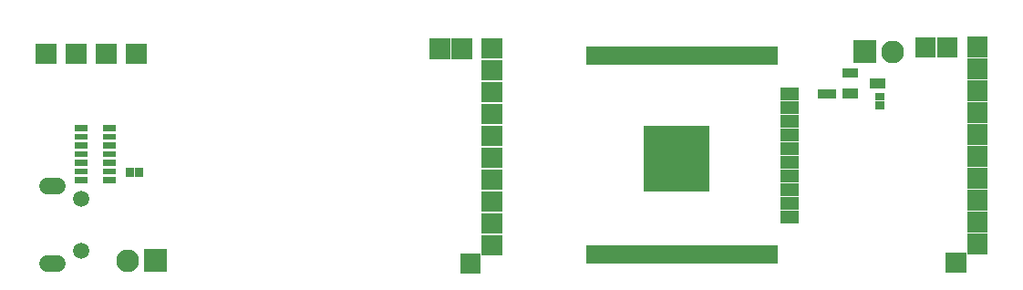
<source format=gbs>
G04 Layer: BottomSolderMaskLayer*
G04 EasyEDA v6.5.5, 2022-06-25 23:47:44*
G04 621e16e28f884fd4bf2062cce9099d3c,e579ade59e434e5c9d4a708449f7d829,10*
G04 Gerber Generator version 0.2*
G04 Scale: 100 percent, Rotated: No, Reflected: No *
G04 Dimensions in inches *
G04 leading zeros omitted , absolute positions ,3 integer and 6 decimal *
%FSLAX36Y36*%
%MOIN*%

%ADD55C,0.0592*%
%ADD60C,0.0828*%
%ADD62R,0.0336X0.0316*%
%ADD84R,0.2442X0.2442*%

%LPD*%
D55*
X-1644593Y-394594D02*
G01*
X-1680025Y-394594D01*
X-1644593Y-109594D02*
G01*
X-1680025Y-109594D01*
G36*
X1170900Y209104D02*
G01*
X1170900Y242705D01*
X1202500Y242705D01*
X1202500Y209104D01*
G37*
G36*
X1137500Y209104D02*
G01*
X1137500Y242705D01*
X1169099Y242705D01*
X1169099Y209104D01*
G37*
G36*
X1348199Y168405D02*
G01*
X1348199Y200005D01*
X1381800Y200005D01*
X1381800Y168405D01*
G37*
D62*
G01*
X1365000Y217604D03*
G36*
X1325600Y248105D02*
G01*
X1325600Y283704D01*
X1382799Y283704D01*
X1382799Y248105D01*
G37*
G36*
X1227200Y285505D02*
G01*
X1227200Y321105D01*
X1284399Y321105D01*
X1284399Y285505D01*
G37*
G36*
X1227200Y210705D02*
G01*
X1227200Y246305D01*
X1284399Y246305D01*
X1284399Y210705D01*
G37*
G36*
X441800Y333105D02*
G01*
X441800Y400205D01*
X489200Y400205D01*
X489200Y333105D01*
G37*
G36*
X491800Y333105D02*
G01*
X491800Y400205D01*
X539200Y400205D01*
X539200Y333105D01*
G37*
G36*
X541800Y333105D02*
G01*
X541800Y400205D01*
X589200Y400205D01*
X589200Y333105D01*
G37*
G36*
X591800Y333105D02*
G01*
X591800Y400205D01*
X639200Y400205D01*
X639200Y333105D01*
G37*
G36*
X641800Y333105D02*
G01*
X641800Y400205D01*
X689200Y400205D01*
X689200Y333105D01*
G37*
G36*
X691800Y333105D02*
G01*
X691800Y400205D01*
X739200Y400205D01*
X739200Y333105D01*
G37*
G36*
X741800Y333105D02*
G01*
X741800Y400205D01*
X789200Y400205D01*
X789200Y333105D01*
G37*
G36*
X791800Y333105D02*
G01*
X791800Y400205D01*
X839200Y400205D01*
X839200Y333105D01*
G37*
G36*
X1001000Y-247094D02*
G01*
X1001000Y-199695D01*
X1068100Y-199695D01*
X1068100Y-247094D01*
G37*
G36*
X941800Y-394895D02*
G01*
X941800Y-327795D01*
X989200Y-327795D01*
X989200Y-394895D01*
G37*
G36*
X891800Y-394895D02*
G01*
X891800Y-327795D01*
X939200Y-327795D01*
X939200Y-394895D01*
G37*
G36*
X841800Y-394895D02*
G01*
X841800Y-327795D01*
X889200Y-327795D01*
X889200Y-394895D01*
G37*
G36*
X791800Y-394895D02*
G01*
X791800Y-327795D01*
X839200Y-327795D01*
X839200Y-394895D01*
G37*
G36*
X741800Y-394895D02*
G01*
X741800Y-327795D01*
X789200Y-327795D01*
X789200Y-394895D01*
G37*
G36*
X691800Y-394895D02*
G01*
X691800Y-327795D01*
X739200Y-327795D01*
X739200Y-394895D01*
G37*
G36*
X641800Y-394895D02*
G01*
X641800Y-327795D01*
X689200Y-327795D01*
X689200Y-394895D01*
G37*
G36*
X1001000Y102905D02*
G01*
X1001000Y150304D01*
X1068100Y150304D01*
X1068100Y102905D01*
G37*
G36*
X841800Y333105D02*
G01*
X841800Y400205D01*
X889200Y400205D01*
X889200Y333105D01*
G37*
G36*
X891800Y333105D02*
G01*
X891800Y400205D01*
X939200Y400205D01*
X939200Y333105D01*
G37*
G36*
X941800Y333105D02*
G01*
X941800Y400205D01*
X989200Y400205D01*
X989200Y333105D01*
G37*
G36*
X1001000Y202905D02*
G01*
X1001000Y250304D01*
X1068100Y250304D01*
X1068100Y202905D01*
G37*
G36*
X1001000Y152905D02*
G01*
X1001000Y200304D01*
X1068100Y200304D01*
X1068100Y152905D01*
G37*
G36*
X391800Y333105D02*
G01*
X391800Y400205D01*
X439200Y400205D01*
X439200Y333105D01*
G37*
G36*
X341800Y333105D02*
G01*
X341800Y400205D01*
X389200Y400205D01*
X389200Y333105D01*
G37*
G36*
X291800Y333105D02*
G01*
X291800Y400205D01*
X339200Y400205D01*
X339200Y333105D01*
G37*
G36*
X1001000Y52905D02*
G01*
X1001000Y100304D01*
X1068100Y100304D01*
X1068100Y52905D01*
G37*
G36*
X1001000Y2905D02*
G01*
X1001000Y50304D01*
X1068100Y50304D01*
X1068100Y2905D01*
G37*
G36*
X1001000Y-47094D02*
G01*
X1001000Y304D01*
X1068100Y304D01*
X1068100Y-47094D01*
G37*
G36*
X1001000Y-197094D02*
G01*
X1001000Y-149695D01*
X1068100Y-149695D01*
X1068100Y-197094D01*
G37*
G36*
X1001000Y-147094D02*
G01*
X1001000Y-99695D01*
X1068100Y-99695D01*
X1068100Y-147094D01*
G37*
G36*
X1001000Y-97094D02*
G01*
X1001000Y-49695D01*
X1068100Y-49695D01*
X1068100Y-97094D01*
G37*
G36*
X591800Y-394895D02*
G01*
X591800Y-327795D01*
X639200Y-327795D01*
X639200Y-394895D01*
G37*
G36*
X541800Y-394895D02*
G01*
X541800Y-327795D01*
X589200Y-327795D01*
X589200Y-394895D01*
G37*
G36*
X491800Y-394895D02*
G01*
X491800Y-327795D01*
X539200Y-327795D01*
X539200Y-394895D01*
G37*
G36*
X441800Y-394895D02*
G01*
X441800Y-327795D01*
X489200Y-327795D01*
X489200Y-394895D01*
G37*
G36*
X391800Y-394895D02*
G01*
X391800Y-327795D01*
X439200Y-327795D01*
X439200Y-394895D01*
G37*
G36*
X341800Y-394895D02*
G01*
X341800Y-327795D01*
X389200Y-327795D01*
X389200Y-394895D01*
G37*
G36*
X291800Y-394895D02*
G01*
X291800Y-327795D01*
X339200Y-327795D01*
X339200Y-394895D01*
G37*
D84*
G01*
X619499Y-9394D03*
G36*
X-1394300Y-76894D02*
G01*
X-1394300Y-43294D01*
X-1362700Y-43294D01*
X-1362700Y-76894D01*
G37*
G36*
X-1360900Y-76894D02*
G01*
X-1360900Y-43294D01*
X-1329300Y-43294D01*
X-1329300Y-76894D01*
G37*
G36*
X-1581000Y-99094D02*
G01*
X-1581000Y-77294D01*
X-1533000Y-77294D01*
X-1533000Y-99094D01*
G37*
G36*
X-1581000Y-67595D02*
G01*
X-1581000Y-45794D01*
X-1533000Y-45794D01*
X-1533000Y-67595D01*
G37*
G36*
X-1581000Y-36095D02*
G01*
X-1581000Y-14294D01*
X-1533000Y-14294D01*
X-1533000Y-36095D01*
G37*
G36*
X-1581000Y-4594D02*
G01*
X-1581000Y17204D01*
X-1533000Y17204D01*
X-1533000Y-4594D01*
G37*
G36*
X-1581000Y26905D02*
G01*
X-1581000Y48605D01*
X-1533000Y48605D01*
X-1533000Y26905D01*
G37*
G36*
X-1581000Y58305D02*
G01*
X-1581000Y80104D01*
X-1533000Y80104D01*
X-1533000Y58305D01*
G37*
G36*
X-1581000Y89805D02*
G01*
X-1581000Y111604D01*
X-1533000Y111604D01*
X-1533000Y89805D01*
G37*
G36*
X-1476999Y-99094D02*
G01*
X-1476999Y-77294D01*
X-1428999Y-77294D01*
X-1428999Y-99094D01*
G37*
G36*
X-1476999Y-67595D02*
G01*
X-1476999Y-45794D01*
X-1428999Y-45794D01*
X-1428999Y-67595D01*
G37*
G36*
X-1476999Y-36095D02*
G01*
X-1476999Y-14294D01*
X-1428999Y-14294D01*
X-1428999Y-36095D01*
G37*
G36*
X-1476999Y-4594D02*
G01*
X-1476999Y17204D01*
X-1428999Y17204D01*
X-1428999Y-4594D01*
G37*
G36*
X-1476999Y26905D02*
G01*
X-1476999Y48605D01*
X-1428999Y48605D01*
X-1428999Y26905D01*
G37*
G36*
X-1476999Y58305D02*
G01*
X-1476999Y80104D01*
X-1428999Y80104D01*
X-1428999Y58305D01*
G37*
G36*
X-1476999Y89805D02*
G01*
X-1476999Y111604D01*
X-1428999Y111604D01*
X-1428999Y89805D01*
G37*
G36*
X1268599Y339504D02*
G01*
X1268599Y422305D01*
X1351400Y422305D01*
X1351400Y339504D01*
G37*
D60*
G01*
X1410000Y380905D03*
G36*
X-1391499Y335705D02*
G01*
X-1391499Y410705D01*
X-1316499Y410705D01*
X-1316499Y335705D01*
G37*
G36*
X1682500Y-119895D02*
G01*
X1682500Y-44895D01*
X1757500Y-44895D01*
X1757500Y-119895D01*
G37*
G36*
X1682500Y40104D02*
G01*
X1682500Y115104D01*
X1757500Y115104D01*
X1757500Y40104D01*
G37*
G36*
X1682500Y-39895D02*
G01*
X1682500Y35104D01*
X1757500Y35104D01*
X1757500Y-39895D01*
G37*
G36*
X-1722500Y335405D02*
G01*
X-1722500Y410405D01*
X-1647500Y410405D01*
X-1647500Y335405D01*
G37*
G36*
X-1502500Y335405D02*
G01*
X-1502500Y410405D01*
X-1427500Y410405D01*
X-1427500Y335405D01*
G37*
G36*
X-1612500Y335405D02*
G01*
X-1612500Y410405D01*
X-1537500Y410405D01*
X-1537500Y335405D01*
G37*
G36*
X-1326400Y-423494D02*
G01*
X-1326400Y-340695D01*
X-1243599Y-340695D01*
X-1243599Y-423494D01*
G37*
G01*
X-1385000Y-382094D03*
D55*
G01*
X-1556009Y-157195D03*
G01*
X-1556009Y-347795D03*
G36*
X1682500Y-199895D02*
G01*
X1682500Y-124895D01*
X1757500Y-124895D01*
X1757500Y-199895D01*
G37*
G36*
X1682500Y-359895D02*
G01*
X1682500Y-284895D01*
X1757500Y-284895D01*
X1757500Y-359895D01*
G37*
G36*
X1682500Y-279895D02*
G01*
X1682500Y-204895D01*
X1757500Y-204895D01*
X1757500Y-279895D01*
G37*
G36*
X1682500Y-119895D02*
G01*
X1682500Y-44895D01*
X1757500Y-44895D01*
X1757500Y-119895D01*
G37*
G36*
X1682500Y-39895D02*
G01*
X1682500Y35104D01*
X1757500Y35104D01*
X1757500Y-39895D01*
G37*
G36*
X1682500Y40104D02*
G01*
X1682500Y115104D01*
X1757500Y115104D01*
X1757500Y40104D01*
G37*
G36*
X1682500Y120104D02*
G01*
X1682500Y195104D01*
X1757500Y195104D01*
X1757500Y120104D01*
G37*
G36*
X1682500Y200104D02*
G01*
X1682500Y275104D01*
X1757500Y275104D01*
X1757500Y200104D01*
G37*
G36*
X1682500Y280104D02*
G01*
X1682500Y355104D01*
X1757500Y355104D01*
X1757500Y280104D01*
G37*
G36*
X1682500Y360104D02*
G01*
X1682500Y435104D01*
X1757500Y435104D01*
X1757500Y360104D01*
G37*
G36*
X1572500Y358405D02*
G01*
X1572500Y433405D01*
X1647500Y433405D01*
X1647500Y358405D01*
G37*
G36*
X1492500Y358405D02*
G01*
X1492500Y433405D01*
X1567500Y433405D01*
X1567500Y358405D01*
G37*
G36*
X-92500Y-364594D02*
G01*
X-92500Y-289594D01*
X-17500Y-289594D01*
X-17500Y-364594D01*
G37*
G36*
X-92500Y-284594D02*
G01*
X-92500Y-209594D01*
X-17500Y-209594D01*
X-17500Y-284594D01*
G37*
G36*
X-92500Y-204594D02*
G01*
X-92500Y-129594D01*
X-17500Y-129594D01*
X-17500Y-204594D01*
G37*
G36*
X-92500Y-124594D02*
G01*
X-92500Y-49594D01*
X-17500Y-49594D01*
X-17500Y-124594D01*
G37*
G36*
X-92500Y-44594D02*
G01*
X-92500Y30405D01*
X-17500Y30405D01*
X-17500Y-44594D01*
G37*
G36*
X-92500Y35405D02*
G01*
X-92500Y110405D01*
X-17500Y110405D01*
X-17500Y35405D01*
G37*
G36*
X-92500Y195405D02*
G01*
X-92500Y270405D01*
X-17500Y270405D01*
X-17500Y195405D01*
G37*
G36*
X-92500Y275405D02*
G01*
X-92500Y350405D01*
X-17500Y350405D01*
X-17500Y275405D01*
G37*
G36*
X-92500Y355405D02*
G01*
X-92500Y430405D01*
X-17500Y430405D01*
X-17500Y355405D01*
G37*
G36*
X-202500Y353704D02*
G01*
X-202500Y428704D01*
X-127500Y428704D01*
X-127500Y353704D01*
G37*
G36*
X-282500Y353704D02*
G01*
X-282500Y428704D01*
X-207500Y428704D01*
X-207500Y353704D01*
G37*
G36*
X-92500Y115405D02*
G01*
X-92500Y190405D01*
X-17500Y190405D01*
X-17500Y115405D01*
G37*
G36*
X-171199Y-431694D02*
G01*
X-171199Y-356694D01*
X-96199Y-356694D01*
X-96199Y-431694D01*
G37*
G36*
X1603800Y-426994D02*
G01*
X1603800Y-351994D01*
X1678800Y-351994D01*
X1678800Y-426994D01*
G37*
M02*

</source>
